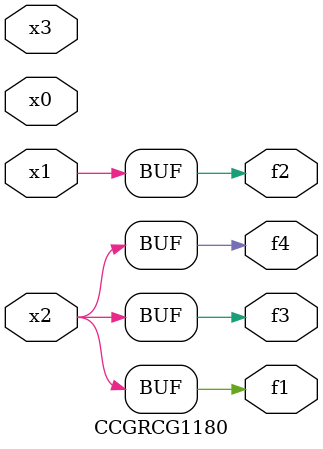
<source format=v>
module CCGRCG1180(
	input x0, x1, x2, x3,
	output f1, f2, f3, f4
);
	assign f1 = x2;
	assign f2 = x1;
	assign f3 = x2;
	assign f4 = x2;
endmodule

</source>
